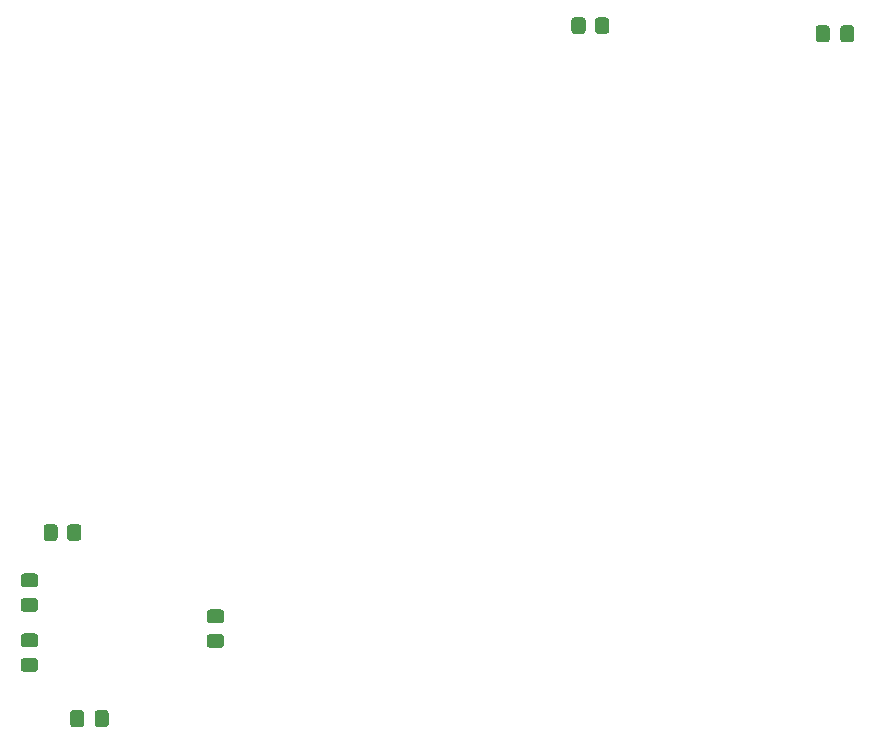
<source format=gtp>
G04 #@! TF.GenerationSoftware,KiCad,Pcbnew,(5.1.12)-1*
G04 #@! TF.CreationDate,2022-03-01T21:28:55+00:00*
G04 #@! TF.ProjectId,A600_68k_PLCC_to_DIP64 _v1,41363030-5f36-4386-9b5f-504c43435f74,B*
G04 #@! TF.SameCoordinates,Original*
G04 #@! TF.FileFunction,Paste,Top*
G04 #@! TF.FilePolarity,Positive*
%FSLAX46Y46*%
G04 Gerber Fmt 4.6, Leading zero omitted, Abs format (unit mm)*
G04 Created by KiCad (PCBNEW (5.1.12)-1) date 2022-03-01 21:28:55*
%MOMM*%
%LPD*%
G01*
G04 APERTURE LIST*
G04 APERTURE END LIST*
G36*
G01*
X121191000Y-120041000D02*
X122141000Y-120041000D01*
G75*
G02*
X122391000Y-120291000I0J-250000D01*
G01*
X122391000Y-120966000D01*
G75*
G02*
X122141000Y-121216000I-250000J0D01*
G01*
X121191000Y-121216000D01*
G75*
G02*
X120941000Y-120966000I0J250000D01*
G01*
X120941000Y-120291000D01*
G75*
G02*
X121191000Y-120041000I250000J0D01*
G01*
G37*
G36*
G01*
X121191000Y-122116000D02*
X122141000Y-122116000D01*
G75*
G02*
X122391000Y-122366000I0J-250000D01*
G01*
X122391000Y-123041000D01*
G75*
G02*
X122141000Y-123291000I-250000J0D01*
G01*
X121191000Y-123291000D01*
G75*
G02*
X120941000Y-123041000I0J250000D01*
G01*
X120941000Y-122366000D01*
G75*
G02*
X121191000Y-122116000I250000J0D01*
G01*
G37*
G36*
G01*
X121191000Y-127196000D02*
X122141000Y-127196000D01*
G75*
G02*
X122391000Y-127446000I0J-250000D01*
G01*
X122391000Y-128121000D01*
G75*
G02*
X122141000Y-128371000I-250000J0D01*
G01*
X121191000Y-128371000D01*
G75*
G02*
X120941000Y-128121000I0J250000D01*
G01*
X120941000Y-127446000D01*
G75*
G02*
X121191000Y-127196000I250000J0D01*
G01*
G37*
G36*
G01*
X121191000Y-125121000D02*
X122141000Y-125121000D01*
G75*
G02*
X122391000Y-125371000I0J-250000D01*
G01*
X122391000Y-126046000D01*
G75*
G02*
X122141000Y-126296000I-250000J0D01*
G01*
X121191000Y-126296000D01*
G75*
G02*
X120941000Y-126046000I0J250000D01*
G01*
X120941000Y-125371000D01*
G75*
G02*
X121191000Y-125121000I250000J0D01*
G01*
G37*
G36*
G01*
X125121000Y-132809000D02*
X125121000Y-131859000D01*
G75*
G02*
X125371000Y-131609000I250000J0D01*
G01*
X126046000Y-131609000D01*
G75*
G02*
X126296000Y-131859000I0J-250000D01*
G01*
X126296000Y-132809000D01*
G75*
G02*
X126046000Y-133059000I-250000J0D01*
G01*
X125371000Y-133059000D01*
G75*
G02*
X125121000Y-132809000I0J250000D01*
G01*
G37*
G36*
G01*
X127196000Y-132809000D02*
X127196000Y-131859000D01*
G75*
G02*
X127446000Y-131609000I250000J0D01*
G01*
X128121000Y-131609000D01*
G75*
G02*
X128371000Y-131859000I0J-250000D01*
G01*
X128371000Y-132809000D01*
G75*
G02*
X128121000Y-133059000I-250000J0D01*
G01*
X127446000Y-133059000D01*
G75*
G02*
X127196000Y-132809000I0J250000D01*
G01*
G37*
G36*
G01*
X137889000Y-124264000D02*
X136939000Y-124264000D01*
G75*
G02*
X136689000Y-124014000I0J250000D01*
G01*
X136689000Y-123339000D01*
G75*
G02*
X136939000Y-123089000I250000J0D01*
G01*
X137889000Y-123089000D01*
G75*
G02*
X138139000Y-123339000I0J-250000D01*
G01*
X138139000Y-124014000D01*
G75*
G02*
X137889000Y-124264000I-250000J0D01*
G01*
G37*
G36*
G01*
X137889000Y-126339000D02*
X136939000Y-126339000D01*
G75*
G02*
X136689000Y-126089000I0J250000D01*
G01*
X136689000Y-125414000D01*
G75*
G02*
X136939000Y-125164000I250000J0D01*
G01*
X137889000Y-125164000D01*
G75*
G02*
X138139000Y-125414000I0J-250000D01*
G01*
X138139000Y-126089000D01*
G75*
G02*
X137889000Y-126339000I-250000J0D01*
G01*
G37*
G36*
G01*
X122860000Y-117036001D02*
X122860000Y-116135999D01*
G75*
G02*
X123109999Y-115886000I249999J0D01*
G01*
X123810001Y-115886000D01*
G75*
G02*
X124060000Y-116135999I0J-249999D01*
G01*
X124060000Y-117036001D01*
G75*
G02*
X123810001Y-117286000I-249999J0D01*
G01*
X123109999Y-117286000D01*
G75*
G02*
X122860000Y-117036001I0J249999D01*
G01*
G37*
G36*
G01*
X124860000Y-117036001D02*
X124860000Y-116135999D01*
G75*
G02*
X125109999Y-115886000I249999J0D01*
G01*
X125810001Y-115886000D01*
G75*
G02*
X126060000Y-116135999I0J-249999D01*
G01*
X126060000Y-117036001D01*
G75*
G02*
X125810001Y-117286000I-249999J0D01*
G01*
X125109999Y-117286000D01*
G75*
G02*
X124860000Y-117036001I0J249999D01*
G01*
G37*
G36*
G01*
X169555000Y-74110001D02*
X169555000Y-73209999D01*
G75*
G02*
X169804999Y-72960000I249999J0D01*
G01*
X170505001Y-72960000D01*
G75*
G02*
X170755000Y-73209999I0J-249999D01*
G01*
X170755000Y-74110001D01*
G75*
G02*
X170505001Y-74360000I-249999J0D01*
G01*
X169804999Y-74360000D01*
G75*
G02*
X169555000Y-74110001I0J249999D01*
G01*
G37*
G36*
G01*
X167555000Y-74110001D02*
X167555000Y-73209999D01*
G75*
G02*
X167804999Y-72960000I249999J0D01*
G01*
X168505001Y-72960000D01*
G75*
G02*
X168755000Y-73209999I0J-249999D01*
G01*
X168755000Y-74110001D01*
G75*
G02*
X168505001Y-74360000I-249999J0D01*
G01*
X167804999Y-74360000D01*
G75*
G02*
X167555000Y-74110001I0J249999D01*
G01*
G37*
G36*
G01*
X191490000Y-73880000D02*
X191490000Y-74830000D01*
G75*
G02*
X191240000Y-75080000I-250000J0D01*
G01*
X190565000Y-75080000D01*
G75*
G02*
X190315000Y-74830000I0J250000D01*
G01*
X190315000Y-73880000D01*
G75*
G02*
X190565000Y-73630000I250000J0D01*
G01*
X191240000Y-73630000D01*
G75*
G02*
X191490000Y-73880000I0J-250000D01*
G01*
G37*
G36*
G01*
X189415000Y-73880000D02*
X189415000Y-74830000D01*
G75*
G02*
X189165000Y-75080000I-250000J0D01*
G01*
X188490000Y-75080000D01*
G75*
G02*
X188240000Y-74830000I0J250000D01*
G01*
X188240000Y-73880000D01*
G75*
G02*
X188490000Y-73630000I250000J0D01*
G01*
X189165000Y-73630000D01*
G75*
G02*
X189415000Y-73880000I0J-250000D01*
G01*
G37*
M02*

</source>
